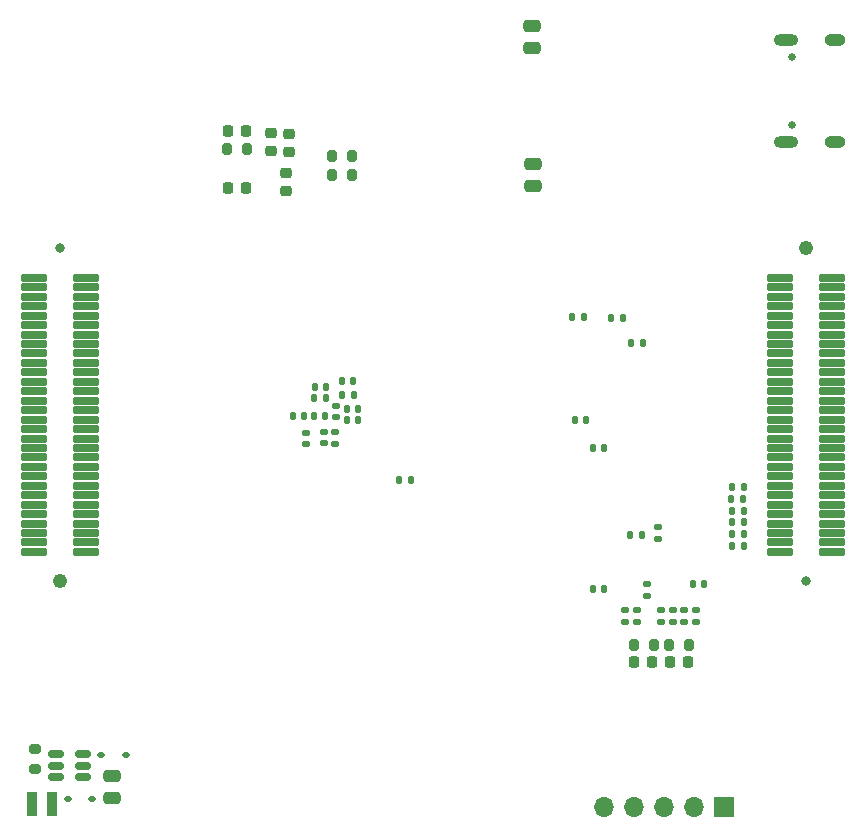
<source format=gbr>
%TF.GenerationSoftware,KiCad,Pcbnew,8.0.6*%
%TF.CreationDate,2025-01-06T00:07:23+08:00*%
%TF.ProjectId,ECP5_DEV_BOARD,45435035-5f44-4455-965f-424f4152442e,rev?*%
%TF.SameCoordinates,Original*%
%TF.FileFunction,Soldermask,Bot*%
%TF.FilePolarity,Negative*%
%FSLAX46Y46*%
G04 Gerber Fmt 4.6, Leading zero omitted, Abs format (unit mm)*
G04 Created by KiCad (PCBNEW 8.0.6) date 2025-01-06 00:07:23*
%MOMM*%
%LPD*%
G01*
G04 APERTURE LIST*
G04 Aperture macros list*
%AMRoundRect*
0 Rectangle with rounded corners*
0 $1 Rounding radius*
0 $2 $3 $4 $5 $6 $7 $8 $9 X,Y pos of 4 corners*
0 Add a 4 corners polygon primitive as box body*
4,1,4,$2,$3,$4,$5,$6,$7,$8,$9,$2,$3,0*
0 Add four circle primitives for the rounded corners*
1,1,$1+$1,$2,$3*
1,1,$1+$1,$4,$5*
1,1,$1+$1,$6,$7*
1,1,$1+$1,$8,$9*
0 Add four rect primitives between the rounded corners*
20,1,$1+$1,$2,$3,$4,$5,0*
20,1,$1+$1,$4,$5,$6,$7,0*
20,1,$1+$1,$6,$7,$8,$9,0*
20,1,$1+$1,$8,$9,$2,$3,0*%
G04 Aperture macros list end*
%ADD10RoundRect,0.135000X-0.185000X0.135000X-0.185000X-0.135000X0.185000X-0.135000X0.185000X0.135000X0*%
%ADD11C,0.650000*%
%ADD12O,2.100000X1.000000*%
%ADD13O,1.800000X1.000000*%
%ADD14R,1.700000X1.700000*%
%ADD15O,1.700000X1.700000*%
%ADD16RoundRect,0.200000X-0.200000X-0.275000X0.200000X-0.275000X0.200000X0.275000X-0.200000X0.275000X0*%
%ADD17RoundRect,0.140000X0.140000X0.170000X-0.140000X0.170000X-0.140000X-0.170000X0.140000X-0.170000X0*%
%ADD18RoundRect,0.250000X0.475000X-0.250000X0.475000X0.250000X-0.475000X0.250000X-0.475000X-0.250000X0*%
%ADD19RoundRect,0.135000X-0.135000X-0.185000X0.135000X-0.185000X0.135000X0.185000X-0.135000X0.185000X0*%
%ADD20RoundRect,0.112500X-0.187500X-0.112500X0.187500X-0.112500X0.187500X0.112500X-0.187500X0.112500X0*%
%ADD21RoundRect,0.140000X-0.140000X-0.170000X0.140000X-0.170000X0.140000X0.170000X-0.140000X0.170000X0*%
%ADD22RoundRect,0.225000X0.250000X-0.225000X0.250000X0.225000X-0.250000X0.225000X-0.250000X-0.225000X0*%
%ADD23C,0.830000*%
%ADD24C,1.230000*%
%ADD25RoundRect,0.102000X1.000000X-0.250000X1.000000X0.250000X-1.000000X0.250000X-1.000000X-0.250000X0*%
%ADD26RoundRect,0.200000X0.200000X0.275000X-0.200000X0.275000X-0.200000X-0.275000X0.200000X-0.275000X0*%
%ADD27RoundRect,0.140000X0.170000X-0.140000X0.170000X0.140000X-0.170000X0.140000X-0.170000X-0.140000X0*%
%ADD28RoundRect,0.250000X-0.475000X0.250000X-0.475000X-0.250000X0.475000X-0.250000X0.475000X0.250000X0*%
%ADD29RoundRect,0.225000X-0.225000X-0.250000X0.225000X-0.250000X0.225000X0.250000X-0.225000X0.250000X0*%
%ADD30RoundRect,0.140000X-0.170000X0.140000X-0.170000X-0.140000X0.170000X-0.140000X0.170000X0.140000X0*%
%ADD31R,0.850000X2.000000*%
%ADD32RoundRect,0.150000X-0.512500X-0.150000X0.512500X-0.150000X0.512500X0.150000X-0.512500X0.150000X0*%
%ADD33RoundRect,0.112500X0.187500X0.112500X-0.187500X0.112500X-0.187500X-0.112500X0.187500X-0.112500X0*%
%ADD34RoundRect,0.135000X0.135000X0.185000X-0.135000X0.185000X-0.135000X-0.185000X0.135000X-0.185000X0*%
%ADD35RoundRect,0.200000X-0.275000X0.200000X-0.275000X-0.200000X0.275000X-0.200000X0.275000X0.200000X0*%
%ADD36RoundRect,0.102000X-1.000000X0.250000X-1.000000X-0.250000X1.000000X-0.250000X1.000000X0.250000X0*%
%ADD37RoundRect,0.225000X-0.250000X0.225000X-0.250000X-0.225000X0.250000X-0.225000X0.250000X0.225000X0*%
G04 APERTURE END LIST*
D10*
%TO.C,R26*%
X143750000Y-117240000D03*
X143750000Y-118260000D03*
%TD*%
D11*
%TO.C,J1*%
X155995000Y-78390000D03*
X155995000Y-72610000D03*
D12*
X155475000Y-79820000D03*
D13*
X159675000Y-79820000D03*
D12*
X155475000Y-71180000D03*
D13*
X159675000Y-71180000D03*
%TD*%
D14*
%TO.C,J4*%
X150220000Y-136100000D03*
D15*
X147680000Y-136100000D03*
X145140000Y-136100000D03*
X142600000Y-136100000D03*
X140060000Y-136100000D03*
%TD*%
D16*
%TO.C,R3*%
X142640000Y-122345000D03*
X144290000Y-122345000D03*
%TD*%
D17*
%TO.C,C20*%
X118880000Y-100000000D03*
X117920000Y-100000000D03*
%TD*%
D18*
%TO.C,C39*%
X134000000Y-71850000D03*
X134000000Y-69950000D03*
%TD*%
D19*
%TO.C,R11*%
X150890000Y-112000000D03*
X151910000Y-112000000D03*
%TD*%
D20*
%TO.C,D3*%
X97505000Y-131715000D03*
X99605000Y-131715000D03*
%TD*%
D19*
%TO.C,R13*%
X150890000Y-111000000D03*
X151910000Y-111000000D03*
%TD*%
D21*
%TO.C,C51*%
X115620000Y-100500000D03*
X116580000Y-100500000D03*
%TD*%
D22*
%TO.C,C60*%
X113200000Y-83975000D03*
X113200000Y-82425000D03*
%TD*%
D17*
%TO.C,C36*%
X114680000Y-103000000D03*
X113720000Y-103000000D03*
%TD*%
D21*
%TO.C,C12*%
X147620000Y-117200000D03*
X148580000Y-117200000D03*
%TD*%
D23*
%TO.C,J3*%
X157200000Y-117000000D03*
D24*
X157200000Y-88800000D03*
D25*
X159400000Y-114500000D03*
X155000000Y-114500000D03*
X159400000Y-113700000D03*
X155000000Y-113700000D03*
X159400000Y-112900000D03*
X155000000Y-112900000D03*
X159400000Y-112100000D03*
X155000000Y-112100000D03*
X159400000Y-111300000D03*
X155000000Y-111300000D03*
X159400000Y-110500000D03*
X155000000Y-110500000D03*
X159400000Y-109700000D03*
X155000000Y-109700000D03*
X159400000Y-108900000D03*
X155000000Y-108900000D03*
X159400000Y-108100000D03*
X155000000Y-108100000D03*
X159400000Y-107300000D03*
X155000000Y-107300000D03*
X159400000Y-106500000D03*
X155000000Y-106500000D03*
X159400000Y-105700000D03*
X155000000Y-105700000D03*
X159400000Y-104900000D03*
X155000000Y-104900000D03*
X159400000Y-104100000D03*
X155000000Y-104100000D03*
X159400000Y-103300000D03*
X155000000Y-103300000D03*
X159400000Y-102500000D03*
X155000000Y-102500000D03*
X159400000Y-101700000D03*
X155000000Y-101700000D03*
X159400000Y-100900000D03*
X155000000Y-100900000D03*
X159400000Y-100100000D03*
X155000000Y-100100000D03*
X159400000Y-99300000D03*
X155000000Y-99300000D03*
X159400000Y-98500000D03*
X155000000Y-98500000D03*
X159400000Y-97700000D03*
X155000000Y-97700000D03*
X159400000Y-96900000D03*
X155000000Y-96900000D03*
X159400000Y-96100000D03*
X155000000Y-96100000D03*
X159400000Y-95300000D03*
X155000000Y-95300000D03*
X159400000Y-94500000D03*
X155000000Y-94500000D03*
X159400000Y-93700000D03*
X155000000Y-93700000D03*
X159400000Y-92900000D03*
X155000000Y-92900000D03*
X159400000Y-92100000D03*
X155000000Y-92100000D03*
X159400000Y-91300000D03*
X155000000Y-91300000D03*
%TD*%
D26*
%TO.C,R62*%
X118725000Y-81000000D03*
X117075000Y-81000000D03*
%TD*%
D19*
%TO.C,R18*%
X150890000Y-113000000D03*
X151910000Y-113000000D03*
%TD*%
D21*
%TO.C,C50*%
X115540000Y-103000000D03*
X116500000Y-103000000D03*
%TD*%
D10*
%TO.C,R2*%
X144700000Y-112390001D03*
X144700000Y-113409999D03*
%TD*%
D17*
%TO.C,C46*%
X123710000Y-108370000D03*
X122750000Y-108370000D03*
%TD*%
%TO.C,C8*%
X138380000Y-94600000D03*
X137420000Y-94600000D03*
%TD*%
D27*
%TO.C,C49*%
X114900000Y-105380000D03*
X114900000Y-104420000D03*
%TD*%
D17*
%TO.C,C13*%
X118882049Y-101250000D03*
X117922049Y-101250000D03*
%TD*%
D10*
%TO.C,R21*%
X145900000Y-119400000D03*
X145900000Y-120420000D03*
%TD*%
D28*
%TO.C,C40*%
X134100000Y-81650000D03*
X134100000Y-83550000D03*
%TD*%
D27*
%TO.C,C5*%
X116373485Y-105321244D03*
X116373485Y-104361244D03*
%TD*%
D29*
%TO.C,C58*%
X108225000Y-78900000D03*
X109775000Y-78900000D03*
%TD*%
D19*
%TO.C,R31*%
X142270000Y-113030000D03*
X143290000Y-113030000D03*
%TD*%
D18*
%TO.C,C38*%
X98455000Y-135365000D03*
X98455000Y-133465000D03*
%TD*%
D17*
%TO.C,C45*%
X140100000Y-105700000D03*
X139140000Y-105700000D03*
%TD*%
%TO.C,C9*%
X140080000Y-117600000D03*
X139120000Y-117600000D03*
%TD*%
D21*
%TO.C,C7*%
X137620000Y-103300000D03*
X138580000Y-103300000D03*
%TD*%
D10*
%TO.C,R28*%
X142900000Y-119390000D03*
X142900000Y-120410000D03*
%TD*%
%TO.C,R17*%
X144900000Y-119390000D03*
X144900000Y-120410000D03*
%TD*%
D30*
%TO.C,C15*%
X117406417Y-102143479D03*
X117406417Y-103103479D03*
%TD*%
D31*
%TO.C,L5*%
X93345000Y-135860000D03*
X91695000Y-135860000D03*
%TD*%
D17*
%TO.C,C6*%
X141660000Y-94700000D03*
X140700000Y-94700000D03*
%TD*%
D32*
%TO.C,U6*%
X93662500Y-133550000D03*
X93662500Y-132600000D03*
X93662500Y-131650000D03*
X95937500Y-131650000D03*
X95937500Y-132600000D03*
X95937500Y-133550000D03*
%TD*%
D33*
%TO.C,D4*%
X96780000Y-135415000D03*
X94680000Y-135415000D03*
%TD*%
D34*
%TO.C,R1*%
X143410000Y-96800000D03*
X142390000Y-96800000D03*
%TD*%
D17*
%TO.C,C18*%
X119280000Y-103300000D03*
X118320000Y-103300000D03*
%TD*%
D19*
%TO.C,R15*%
X150880000Y-110000000D03*
X151900000Y-110000000D03*
%TD*%
D29*
%TO.C,C1*%
X142640000Y-123835000D03*
X144190000Y-123835000D03*
%TD*%
D35*
%TO.C,R33*%
X91955000Y-131190000D03*
X91955000Y-132840000D03*
%TD*%
D23*
%TO.C,J2*%
X94000000Y-88800000D03*
D24*
X94000000Y-117000000D03*
D36*
X91800000Y-91300000D03*
X96200000Y-91300000D03*
X91800000Y-92100000D03*
X96200000Y-92100000D03*
X91800000Y-92900000D03*
X96200000Y-92900000D03*
X91800000Y-93700000D03*
X96200000Y-93700000D03*
X91800000Y-94500000D03*
X96200000Y-94500000D03*
X91800000Y-95300000D03*
X96200000Y-95300000D03*
X91800000Y-96100000D03*
X96200000Y-96100000D03*
X91800000Y-96900000D03*
X96200000Y-96900000D03*
X91800000Y-97700000D03*
X96200000Y-97700000D03*
X91800000Y-98500000D03*
X96200000Y-98500000D03*
X91800000Y-99300000D03*
X96200000Y-99300000D03*
X91800000Y-100100000D03*
X96200000Y-100100000D03*
X91800000Y-100900000D03*
X96200000Y-100900000D03*
X91800000Y-101700000D03*
X96200000Y-101700000D03*
X91800000Y-102500000D03*
X96200000Y-102500000D03*
X91800000Y-103300000D03*
X96200000Y-103300000D03*
X91800000Y-104100000D03*
X96200000Y-104100000D03*
X91800000Y-104900000D03*
X96200000Y-104900000D03*
X91800000Y-105700000D03*
X96200000Y-105700000D03*
X91800000Y-106500000D03*
X96200000Y-106500000D03*
X91800000Y-107300000D03*
X96200000Y-107300000D03*
X91800000Y-108100000D03*
X96200000Y-108100000D03*
X91800000Y-108900000D03*
X96200000Y-108900000D03*
X91800000Y-109700000D03*
X96200000Y-109700000D03*
X91800000Y-110500000D03*
X96200000Y-110500000D03*
X91800000Y-111300000D03*
X96200000Y-111300000D03*
X91800000Y-112100000D03*
X96200000Y-112100000D03*
X91800000Y-112900000D03*
X96200000Y-112900000D03*
X91800000Y-113700000D03*
X96200000Y-113700000D03*
X91800000Y-114500000D03*
X96200000Y-114500000D03*
%TD*%
D19*
%TO.C,R8*%
X150890000Y-114000000D03*
X151910000Y-114000000D03*
%TD*%
D21*
%TO.C,C14*%
X115550000Y-101450000D03*
X116510000Y-101450000D03*
%TD*%
D19*
%TO.C,R24*%
X150890000Y-109000000D03*
X151910000Y-109000000D03*
%TD*%
D37*
%TO.C,C55*%
X113400000Y-79125000D03*
X113400000Y-80675000D03*
%TD*%
D29*
%TO.C,C2*%
X145640000Y-123835000D03*
X147190000Y-123835000D03*
%TD*%
D17*
%TO.C,C17*%
X119278704Y-102378107D03*
X118318704Y-102378107D03*
%TD*%
D10*
%TO.C,R27*%
X141900000Y-119390000D03*
X141900000Y-120410000D03*
%TD*%
%TO.C,R9*%
X147900000Y-119400000D03*
X147900000Y-120420000D03*
%TD*%
D16*
%TO.C,R4*%
X145605000Y-122345000D03*
X147255000Y-122345000D03*
%TD*%
D37*
%TO.C,C56*%
X111900000Y-79025000D03*
X111900000Y-80575000D03*
%TD*%
D26*
%TO.C,R61*%
X118725000Y-82600000D03*
X117075000Y-82600000D03*
%TD*%
D27*
%TO.C,C16*%
X117298113Y-105334220D03*
X117298113Y-104374220D03*
%TD*%
D26*
%TO.C,R63*%
X109825000Y-80400000D03*
X108175000Y-80400000D03*
%TD*%
D10*
%TO.C,R7*%
X146900000Y-119400000D03*
X146900000Y-120420000D03*
%TD*%
D29*
%TO.C,C59*%
X108250000Y-83700000D03*
X109800000Y-83700000D03*
%TD*%
M02*

</source>
